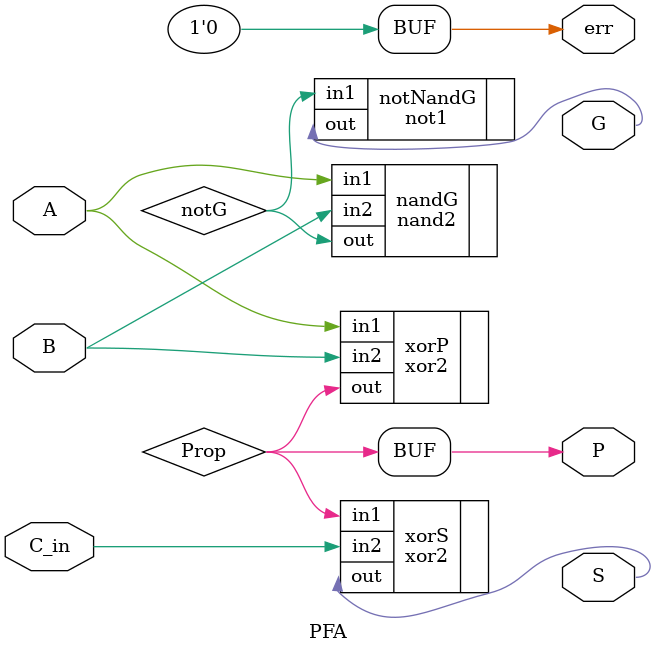
<source format=v>
/*
    CS/ECE 552 Spring '20
    Homework #1, Problem 2

    Filename        : cla_4b.v
    Description     : a 1-bit Partial Full Adder (PFA) module (submodule of
                      CLA).  It adds A and B and generates appropriate signals.
*/
module PFA(A, B, C_in, P, G, S, err);

   input    A, B, C_in;
   output   P, G, S, err;
   
   // declare wire for P so can use as an input to S XOR
   wire     Prop;
   wire     notG;

   // the PFA uses 2 XOR's and 1 AND
   /*
   assign Prop = A ^ B; // bitwise XOR
   assign G = A & B;  // bitwise And
   assign S = Prop ^ C_in; // bitwise XOR
    */
   // P = A XOR B
   xor2 xorP (// OUTPUT
              .out(Prop),
              // INPUTS
              .in1(A),
              .in2(B));
   // G = AB
   // however, since we don't have an AND though, can use a not and a nand
   nand2 nandG (// OUTPUT
                .out(notG),
                // INPUT
                .in1(A),
                .in2(B)
                );
   not1 notNandG (// OUTPUT
                  .out(G),
                  // INPUT
                  .in1(notG)
                  );

   // S = Prop XOR C_in
   xor2 xorS(// OUTPUT
             .out(S),
             // INPUTS
             .in1(Prop),
             .in2(C_in));

   assign P = Prop;

   // currently no known error cases
   assign      err = 1'b0;
   
endmodule

</source>
